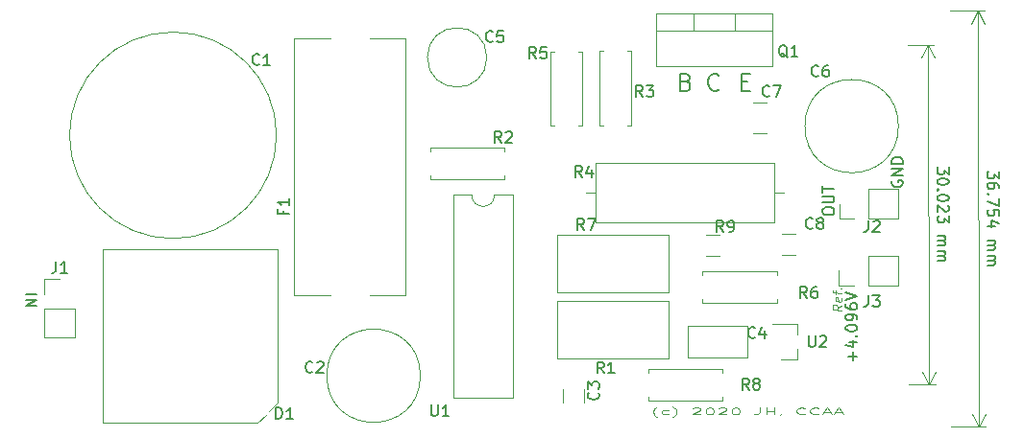
<source format=gbr>
G04 #@! TF.GenerationSoftware,KiCad,Pcbnew,5.1.5+dfsg1-2*
G04 #@! TF.CreationDate,2020-03-29T15:27:08+02:00*
G04 #@! TF.ProjectId,lownoise-pwr,6c6f776e-6f69-4736-952d-7077722e6b69,rev?*
G04 #@! TF.SameCoordinates,Original*
G04 #@! TF.FileFunction,Legend,Top*
G04 #@! TF.FilePolarity,Positive*
%FSLAX46Y46*%
G04 Gerber Fmt 4.6, Leading zero omitted, Abs format (unit mm)*
G04 Created by KiCad (PCBNEW 5.1.5+dfsg1-2) date 2020-03-29 15:27:08*
%MOMM*%
%LPD*%
G04 APERTURE LIST*
%ADD10C,0.200000*%
%ADD11C,0.100000*%
%ADD12C,0.150000*%
%ADD13C,0.120000*%
G04 APERTURE END LIST*
D10*
X109101771Y-66186857D02*
X109601771Y-66186857D01*
X109816057Y-66972571D02*
X109101771Y-66972571D01*
X109101771Y-65472571D01*
X109816057Y-65472571D01*
X107093485Y-66829714D02*
X107022057Y-66901142D01*
X106807771Y-66972571D01*
X106664914Y-66972571D01*
X106450628Y-66901142D01*
X106307771Y-66758285D01*
X106236342Y-66615428D01*
X106164914Y-66329714D01*
X106164914Y-66115428D01*
X106236342Y-65829714D01*
X106307771Y-65686857D01*
X106450628Y-65544000D01*
X106664914Y-65472571D01*
X106807771Y-65472571D01*
X107022057Y-65544000D01*
X107093485Y-65615428D01*
X104196342Y-66186857D02*
X104410628Y-66258285D01*
X104482057Y-66329714D01*
X104553485Y-66472571D01*
X104553485Y-66686857D01*
X104482057Y-66829714D01*
X104410628Y-66901142D01*
X104267771Y-66972571D01*
X103696342Y-66972571D01*
X103696342Y-65472571D01*
X104196342Y-65472571D01*
X104339200Y-65544000D01*
X104410628Y-65615428D01*
X104482057Y-65758285D01*
X104482057Y-65901142D01*
X104410628Y-66044000D01*
X104339200Y-66115428D01*
X104196342Y-66186857D01*
X103696342Y-66186857D01*
D11*
X117913104Y-85936648D02*
X117532152Y-86155696D01*
X117913104Y-86393791D02*
X117113104Y-86293791D01*
X117113104Y-85989029D01*
X117151200Y-85917601D01*
X117189295Y-85884267D01*
X117265485Y-85855696D01*
X117379771Y-85869982D01*
X117455961Y-85917601D01*
X117494057Y-85960458D01*
X117532152Y-86041410D01*
X117532152Y-86346172D01*
X117875009Y-85284267D02*
X117913104Y-85365220D01*
X117913104Y-85517601D01*
X117875009Y-85589029D01*
X117798819Y-85617601D01*
X117494057Y-85579505D01*
X117417866Y-85531886D01*
X117379771Y-85450934D01*
X117379771Y-85298553D01*
X117417866Y-85227125D01*
X117494057Y-85198553D01*
X117570247Y-85208077D01*
X117646438Y-85598553D01*
X117379771Y-84955696D02*
X117379771Y-84650934D01*
X117913104Y-84908077D02*
X117227390Y-84822363D01*
X117151200Y-84774744D01*
X117113104Y-84693791D01*
X117113104Y-84617601D01*
X117836914Y-84441410D02*
X117875009Y-84408077D01*
X117913104Y-84450934D01*
X117875009Y-84484267D01*
X117836914Y-84441410D01*
X117913104Y-84450934D01*
D12*
X118892628Y-90836380D02*
X118892628Y-90074476D01*
X119273580Y-90455428D02*
X118511676Y-90455428D01*
X118606914Y-89169714D02*
X119273580Y-89169714D01*
X118225961Y-89407809D02*
X118940247Y-89645904D01*
X118940247Y-89026857D01*
X119178342Y-88645904D02*
X119225961Y-88598285D01*
X119273580Y-88645904D01*
X119225961Y-88693523D01*
X119178342Y-88645904D01*
X119273580Y-88645904D01*
X118273580Y-87979238D02*
X118273580Y-87884000D01*
X118321200Y-87788761D01*
X118368819Y-87741142D01*
X118464057Y-87693523D01*
X118654533Y-87645904D01*
X118892628Y-87645904D01*
X119083104Y-87693523D01*
X119178342Y-87741142D01*
X119225961Y-87788761D01*
X119273580Y-87884000D01*
X119273580Y-87979238D01*
X119225961Y-88074476D01*
X119178342Y-88122095D01*
X119083104Y-88169714D01*
X118892628Y-88217333D01*
X118654533Y-88217333D01*
X118464057Y-88169714D01*
X118368819Y-88122095D01*
X118321200Y-88074476D01*
X118273580Y-87979238D01*
X119273580Y-87169714D02*
X119273580Y-86979238D01*
X119225961Y-86884000D01*
X119178342Y-86836380D01*
X119035485Y-86741142D01*
X118845009Y-86693523D01*
X118464057Y-86693523D01*
X118368819Y-86741142D01*
X118321200Y-86788761D01*
X118273580Y-86884000D01*
X118273580Y-87074476D01*
X118321200Y-87169714D01*
X118368819Y-87217333D01*
X118464057Y-87264952D01*
X118702152Y-87264952D01*
X118797390Y-87217333D01*
X118845009Y-87169714D01*
X118892628Y-87074476D01*
X118892628Y-86884000D01*
X118845009Y-86788761D01*
X118797390Y-86741142D01*
X118702152Y-86693523D01*
X118273580Y-85836380D02*
X118273580Y-86026857D01*
X118321200Y-86122095D01*
X118368819Y-86169714D01*
X118511676Y-86264952D01*
X118702152Y-86312571D01*
X119083104Y-86312571D01*
X119178342Y-86264952D01*
X119225961Y-86217333D01*
X119273580Y-86122095D01*
X119273580Y-85931619D01*
X119225961Y-85836380D01*
X119178342Y-85788761D01*
X119083104Y-85741142D01*
X118845009Y-85741142D01*
X118749771Y-85788761D01*
X118702152Y-85836380D01*
X118654533Y-85931619D01*
X118654533Y-86122095D01*
X118702152Y-86217333D01*
X118749771Y-86264952D01*
X118845009Y-86312571D01*
X118273580Y-85455428D02*
X119273580Y-85122095D01*
X118273580Y-84788761D01*
D11*
X101654342Y-95794000D02*
X101597200Y-95765428D01*
X101482914Y-95679714D01*
X101425771Y-95622571D01*
X101368628Y-95536857D01*
X101311485Y-95394000D01*
X101311485Y-95279714D01*
X101368628Y-95136857D01*
X101425771Y-95051142D01*
X101482914Y-94994000D01*
X101597200Y-94908285D01*
X101654342Y-94879714D01*
X102625771Y-95536857D02*
X102511485Y-95565428D01*
X102282914Y-95565428D01*
X102168628Y-95536857D01*
X102111485Y-95508285D01*
X102054342Y-95451142D01*
X102054342Y-95279714D01*
X102111485Y-95222571D01*
X102168628Y-95194000D01*
X102282914Y-95165428D01*
X102511485Y-95165428D01*
X102625771Y-95194000D01*
X103025771Y-95794000D02*
X103082914Y-95765428D01*
X103197200Y-95679714D01*
X103254342Y-95622571D01*
X103311485Y-95536857D01*
X103368628Y-95394000D01*
X103368628Y-95279714D01*
X103311485Y-95136857D01*
X103254342Y-95051142D01*
X103197200Y-94994000D01*
X103082914Y-94908285D01*
X103025771Y-94879714D01*
X104797200Y-95022571D02*
X104854342Y-94994000D01*
X104968628Y-94965428D01*
X105254342Y-94965428D01*
X105368628Y-94994000D01*
X105425771Y-95022571D01*
X105482914Y-95079714D01*
X105482914Y-95136857D01*
X105425771Y-95222571D01*
X104740057Y-95565428D01*
X105482914Y-95565428D01*
X106225771Y-94965428D02*
X106340057Y-94965428D01*
X106454342Y-94994000D01*
X106511485Y-95022571D01*
X106568628Y-95079714D01*
X106625771Y-95194000D01*
X106625771Y-95336857D01*
X106568628Y-95451142D01*
X106511485Y-95508285D01*
X106454342Y-95536857D01*
X106340057Y-95565428D01*
X106225771Y-95565428D01*
X106111485Y-95536857D01*
X106054342Y-95508285D01*
X105997200Y-95451142D01*
X105940057Y-95336857D01*
X105940057Y-95194000D01*
X105997200Y-95079714D01*
X106054342Y-95022571D01*
X106111485Y-94994000D01*
X106225771Y-94965428D01*
X107082914Y-95022571D02*
X107140057Y-94994000D01*
X107254342Y-94965428D01*
X107540057Y-94965428D01*
X107654342Y-94994000D01*
X107711485Y-95022571D01*
X107768628Y-95079714D01*
X107768628Y-95136857D01*
X107711485Y-95222571D01*
X107025771Y-95565428D01*
X107768628Y-95565428D01*
X108511485Y-94965428D02*
X108625771Y-94965428D01*
X108740057Y-94994000D01*
X108797200Y-95022571D01*
X108854342Y-95079714D01*
X108911485Y-95194000D01*
X108911485Y-95336857D01*
X108854342Y-95451142D01*
X108797200Y-95508285D01*
X108740057Y-95536857D01*
X108625771Y-95565428D01*
X108511485Y-95565428D01*
X108397200Y-95536857D01*
X108340057Y-95508285D01*
X108282914Y-95451142D01*
X108225771Y-95336857D01*
X108225771Y-95194000D01*
X108282914Y-95079714D01*
X108340057Y-95022571D01*
X108397200Y-94994000D01*
X108511485Y-94965428D01*
X110682914Y-94965428D02*
X110682914Y-95394000D01*
X110625771Y-95479714D01*
X110511485Y-95536857D01*
X110340057Y-95565428D01*
X110225771Y-95565428D01*
X111254342Y-95565428D02*
X111254342Y-94965428D01*
X111254342Y-95251142D02*
X111940057Y-95251142D01*
X111940057Y-95565428D02*
X111940057Y-94965428D01*
X112568628Y-95536857D02*
X112568628Y-95565428D01*
X112511485Y-95622571D01*
X112454342Y-95651142D01*
X114682914Y-95508285D02*
X114625771Y-95536857D01*
X114454342Y-95565428D01*
X114340057Y-95565428D01*
X114168628Y-95536857D01*
X114054342Y-95479714D01*
X113997200Y-95422571D01*
X113940057Y-95308285D01*
X113940057Y-95222571D01*
X113997200Y-95108285D01*
X114054342Y-95051142D01*
X114168628Y-94994000D01*
X114340057Y-94965428D01*
X114454342Y-94965428D01*
X114625771Y-94994000D01*
X114682914Y-95022571D01*
X115882914Y-95508285D02*
X115825771Y-95536857D01*
X115654342Y-95565428D01*
X115540057Y-95565428D01*
X115368628Y-95536857D01*
X115254342Y-95479714D01*
X115197200Y-95422571D01*
X115140057Y-95308285D01*
X115140057Y-95222571D01*
X115197200Y-95108285D01*
X115254342Y-95051142D01*
X115368628Y-94994000D01*
X115540057Y-94965428D01*
X115654342Y-94965428D01*
X115825771Y-94994000D01*
X115882914Y-95022571D01*
X116340057Y-95394000D02*
X116911485Y-95394000D01*
X116225771Y-95565428D02*
X116625771Y-94965428D01*
X117025771Y-95565428D01*
X117368628Y-95394000D02*
X117940057Y-95394000D01*
X117254342Y-95565428D02*
X117654342Y-94965428D01*
X118054342Y-95565428D01*
D12*
X116241580Y-77708000D02*
X116241580Y-77517523D01*
X116289200Y-77422285D01*
X116384438Y-77327047D01*
X116574914Y-77279428D01*
X116908247Y-77279428D01*
X117098723Y-77327047D01*
X117193961Y-77422285D01*
X117241580Y-77517523D01*
X117241580Y-77708000D01*
X117193961Y-77803238D01*
X117098723Y-77898476D01*
X116908247Y-77946095D01*
X116574914Y-77946095D01*
X116384438Y-77898476D01*
X116289200Y-77803238D01*
X116241580Y-77708000D01*
X116241580Y-76850857D02*
X117051104Y-76850857D01*
X117146342Y-76803238D01*
X117193961Y-76755619D01*
X117241580Y-76660380D01*
X117241580Y-76469904D01*
X117193961Y-76374666D01*
X117146342Y-76327047D01*
X117051104Y-76279428D01*
X116241580Y-76279428D01*
X116241580Y-75946095D02*
X116241580Y-75374666D01*
X117241580Y-75660380D02*
X116241580Y-75660380D01*
X122347200Y-74929904D02*
X122299580Y-75025142D01*
X122299580Y-75168000D01*
X122347200Y-75310857D01*
X122442438Y-75406095D01*
X122537676Y-75453714D01*
X122728152Y-75501333D01*
X122871009Y-75501333D01*
X123061485Y-75453714D01*
X123156723Y-75406095D01*
X123251961Y-75310857D01*
X123299580Y-75168000D01*
X123299580Y-75072761D01*
X123251961Y-74929904D01*
X123204342Y-74882285D01*
X122871009Y-74882285D01*
X122871009Y-75072761D01*
X123299580Y-74453714D02*
X122299580Y-74453714D01*
X123299580Y-73882285D01*
X122299580Y-73882285D01*
X123299580Y-73406095D02*
X122299580Y-73406095D01*
X122299580Y-73168000D01*
X122347200Y-73025142D01*
X122442438Y-72929904D01*
X122537676Y-72882285D01*
X122728152Y-72834666D01*
X122871009Y-72834666D01*
X123061485Y-72882285D01*
X123156723Y-72929904D01*
X123251961Y-73025142D01*
X123299580Y-73168000D01*
X123299580Y-73406095D01*
D10*
X45978819Y-84947238D02*
X46978819Y-84947238D01*
X45978819Y-85423428D02*
X46978819Y-85423428D01*
X45978819Y-85994857D01*
X46978819Y-85994857D01*
D12*
X127339345Y-73721551D02*
X127341963Y-74340593D01*
X126959604Y-74008875D01*
X126960209Y-74151730D01*
X126912993Y-74247169D01*
X126865576Y-74294989D01*
X126770540Y-74343011D01*
X126532447Y-74344018D01*
X126437008Y-74296802D01*
X126389188Y-74249385D01*
X126341166Y-74154349D01*
X126339958Y-73868637D01*
X126387174Y-73773199D01*
X126434591Y-73725379D01*
X127344582Y-74959635D02*
X127344985Y-75054873D01*
X127297769Y-75150311D01*
X127250352Y-75198131D01*
X127155316Y-75246153D01*
X126965043Y-75294577D01*
X126726950Y-75295584D01*
X126536274Y-75248772D01*
X126440835Y-75201556D01*
X126393015Y-75154139D01*
X126344994Y-75059103D01*
X126344591Y-74963866D01*
X126391807Y-74868427D01*
X126439224Y-74820607D01*
X126534260Y-74772585D01*
X126724533Y-74724161D01*
X126962626Y-74723154D01*
X127153302Y-74769967D01*
X127248740Y-74817182D01*
X127296560Y-74864600D01*
X127344582Y-74959635D01*
X126443051Y-75725361D02*
X126395634Y-75773181D01*
X126347814Y-75725764D01*
X126395231Y-75677943D01*
X126443051Y-75725361D01*
X126347814Y-75725764D01*
X127350625Y-76388194D02*
X127351028Y-76483431D01*
X127303812Y-76578870D01*
X127256395Y-76626690D01*
X127161359Y-76674712D01*
X126971086Y-76723136D01*
X126732993Y-76724143D01*
X126542317Y-76677330D01*
X126446878Y-76630114D01*
X126399058Y-76582697D01*
X126351037Y-76487661D01*
X126350634Y-76392424D01*
X126397850Y-76296986D01*
X126445267Y-76249165D01*
X126540303Y-76201144D01*
X126730576Y-76152720D01*
X126968669Y-76151712D01*
X127159345Y-76198525D01*
X127254783Y-76245741D01*
X127302603Y-76293158D01*
X127350625Y-76388194D01*
X127258409Y-77102876D02*
X127306229Y-77150294D01*
X127354251Y-77245329D01*
X127355258Y-77483422D01*
X127308042Y-77578861D01*
X127260625Y-77626681D01*
X127165589Y-77674703D01*
X127070352Y-77675106D01*
X126927294Y-77628091D01*
X126353454Y-77059085D01*
X126356072Y-77678127D01*
X127357474Y-78007227D02*
X127360092Y-78626269D01*
X126977733Y-78294550D01*
X126978337Y-78437406D01*
X126931122Y-78532845D01*
X126883704Y-78580665D01*
X126788669Y-78628687D01*
X126550576Y-78629694D01*
X126455137Y-78582478D01*
X126407317Y-78535061D01*
X126359295Y-78440025D01*
X126358087Y-78154313D01*
X126405303Y-78058875D01*
X126452720Y-78011054D01*
X126365137Y-79820965D02*
X127031798Y-79818145D01*
X126936560Y-79818548D02*
X126984380Y-79865965D01*
X127032402Y-79961001D01*
X127033006Y-80103857D01*
X126985790Y-80199295D01*
X126890755Y-80247317D01*
X126366950Y-80249533D01*
X126890755Y-80247317D02*
X126986193Y-80294533D01*
X127034215Y-80389568D01*
X127034819Y-80532424D01*
X126987603Y-80627863D01*
X126892568Y-80675884D01*
X126368763Y-80678100D01*
X126370777Y-81154286D02*
X127037438Y-81151466D01*
X126942200Y-81151869D02*
X126990021Y-81199286D01*
X127038042Y-81294322D01*
X127038646Y-81437178D01*
X126991431Y-81532617D01*
X126896395Y-81580638D01*
X126372590Y-81582854D01*
X126896395Y-81580638D02*
X126991833Y-81627854D01*
X127039855Y-81722890D01*
X127040459Y-81865746D01*
X126993243Y-81961184D01*
X126898208Y-82009206D01*
X126374403Y-82011422D01*
D13*
X125475968Y-62908279D02*
X125602968Y-92931079D01*
X123698000Y-62915800D02*
X126062384Y-62905798D01*
X123825000Y-92938600D02*
X126189384Y-92928598D01*
X125602968Y-92931079D02*
X125011787Y-91807066D01*
X125602968Y-92931079D02*
X126184618Y-91802105D01*
X125475968Y-62908279D02*
X124894318Y-64037253D01*
X125475968Y-62908279D02*
X126067149Y-64032292D01*
D12*
X131758225Y-74099110D02*
X131759081Y-74718157D01*
X131377668Y-74385351D01*
X131377865Y-74528208D01*
X131330378Y-74623512D01*
X131282825Y-74671197D01*
X131187653Y-74718947D01*
X130949558Y-74719276D01*
X130854254Y-74671789D01*
X130806569Y-74624236D01*
X130758818Y-74529064D01*
X130758423Y-74243350D01*
X130805911Y-74148046D01*
X130853464Y-74100361D01*
X131760265Y-75575299D02*
X131760002Y-75384823D01*
X131712252Y-75289651D01*
X131664567Y-75242098D01*
X131521578Y-75147058D01*
X131331036Y-75099702D01*
X130950084Y-75100228D01*
X130854912Y-75147979D01*
X130807359Y-75195664D01*
X130759871Y-75290968D01*
X130760135Y-75481444D01*
X130807885Y-75576616D01*
X130855570Y-75624169D01*
X130950874Y-75671656D01*
X131188969Y-75671327D01*
X131284141Y-75623577D01*
X131331694Y-75575892D01*
X131379182Y-75480588D01*
X131378919Y-75290112D01*
X131331168Y-75194940D01*
X131283483Y-75147387D01*
X131188179Y-75099899D01*
X130856228Y-76100359D02*
X130808675Y-76148044D01*
X130760990Y-76100491D01*
X130808544Y-76052806D01*
X130856228Y-76100359D01*
X130760990Y-76100491D01*
X131761516Y-76480061D02*
X131762437Y-77146727D01*
X130761846Y-76719538D01*
X131763622Y-78003869D02*
X131762964Y-77527679D01*
X131286708Y-77480718D01*
X131334393Y-77528271D01*
X131382144Y-77623443D01*
X131382473Y-77861538D01*
X131334985Y-77956842D01*
X131287432Y-78004527D01*
X131192260Y-78052277D01*
X130954165Y-78052606D01*
X130858861Y-78005119D01*
X130811176Y-77957566D01*
X130763426Y-77862394D01*
X130763097Y-77624299D01*
X130810584Y-77528995D01*
X130858137Y-77481310D01*
X131431540Y-78909090D02*
X130764874Y-78910012D01*
X131812163Y-78670469D02*
X131097548Y-78433361D01*
X131098404Y-79052408D01*
X130766651Y-80195725D02*
X131433317Y-80194803D01*
X131338079Y-80194935D02*
X131385764Y-80242488D01*
X131433514Y-80337660D01*
X131433712Y-80480517D01*
X131386224Y-80575821D01*
X131291052Y-80623572D01*
X130767243Y-80624296D01*
X131291052Y-80623572D02*
X131386356Y-80671059D01*
X131434107Y-80766231D01*
X131434304Y-80909088D01*
X131386817Y-81004392D01*
X131291644Y-81052143D01*
X130767835Y-81052867D01*
X130768494Y-81529057D02*
X131435160Y-81528135D01*
X131339922Y-81528267D02*
X131387606Y-81575820D01*
X131435357Y-81670992D01*
X131435555Y-81813849D01*
X131388067Y-81909153D01*
X131292895Y-81956904D01*
X130769086Y-81957628D01*
X131292895Y-81956904D02*
X131388199Y-82004391D01*
X131435949Y-82099563D01*
X131436147Y-82242420D01*
X131388659Y-82337724D01*
X131293487Y-82385475D01*
X130769678Y-82386199D01*
D13*
X129971800Y-96668995D02*
X129921000Y-59915195D01*
X127508145Y-96672400D02*
X130558220Y-96668184D01*
X127457345Y-59918600D02*
X130507420Y-59914384D01*
X129921000Y-59915195D02*
X130508977Y-61040887D01*
X129921000Y-59915195D02*
X129336137Y-61042508D01*
X129971800Y-96668995D02*
X130556663Y-95541682D01*
X129971800Y-96668995D02*
X129383823Y-95543303D01*
X105645200Y-82958000D02*
X105645200Y-83288000D01*
X112185200Y-82958000D02*
X105645200Y-82958000D01*
X112185200Y-83288000D02*
X112185200Y-82958000D01*
X105645200Y-85698000D02*
X105645200Y-85368000D01*
X112185200Y-85698000D02*
X105645200Y-85698000D01*
X112185200Y-85368000D02*
X112185200Y-85698000D01*
X95369200Y-75946000D02*
X96219200Y-75946000D01*
X112809200Y-75946000D02*
X111959200Y-75946000D01*
X96219200Y-78566000D02*
X111959200Y-78566000D01*
X96219200Y-73326000D02*
X96219200Y-78566000D01*
X111959200Y-73326000D02*
X96219200Y-73326000D01*
X111959200Y-78566000D02*
X111959200Y-73326000D01*
X92852200Y-84814000D02*
X92852200Y-79744000D01*
X102622200Y-84814000D02*
X102622200Y-79744000D01*
X102622200Y-79744000D02*
X92852200Y-79744000D01*
X102622200Y-84814000D02*
X92852200Y-84814000D01*
X92852200Y-90654000D02*
X92852200Y-85584000D01*
X102622200Y-90654000D02*
X102622200Y-85584000D01*
X102622200Y-85584000D02*
X92852200Y-85584000D01*
X102622200Y-90654000D02*
X92852200Y-90654000D01*
X69677200Y-62324000D02*
X72837200Y-62324000D01*
X69677200Y-62324000D02*
X69677200Y-85044000D01*
X79497200Y-62324000D02*
X79497200Y-85044000D01*
X76337200Y-62324000D02*
X79497200Y-62324000D01*
X76337200Y-85044000D02*
X79497200Y-85044000D01*
X69677200Y-85044000D02*
X72837200Y-85044000D01*
X105947636Y-81544000D02*
X107151764Y-81544000D01*
X105947636Y-79724000D02*
X107151764Y-79724000D01*
X100847200Y-91584000D02*
X100847200Y-91914000D01*
X107387200Y-91584000D02*
X100847200Y-91584000D01*
X107387200Y-91914000D02*
X107387200Y-91584000D01*
X100847200Y-94324000D02*
X100847200Y-93994000D01*
X107387200Y-94324000D02*
X100847200Y-94324000D01*
X107387200Y-93994000D02*
X107387200Y-94324000D01*
X88217200Y-74774000D02*
X88217200Y-74444000D01*
X81677200Y-74774000D02*
X88217200Y-74774000D01*
X81677200Y-74444000D02*
X81677200Y-74774000D01*
X88217200Y-72034000D02*
X88217200Y-72364000D01*
X81677200Y-72034000D02*
X88217200Y-72034000D01*
X81677200Y-72364000D02*
X81677200Y-72034000D01*
X68197200Y-94534000D02*
X67447200Y-95284000D01*
X67147200Y-95584000D02*
X66397200Y-96334000D01*
X66397200Y-96334000D02*
X52797200Y-96334000D01*
X52797200Y-96334000D02*
X52797200Y-80934000D01*
X52797200Y-80934000D02*
X68197200Y-80934000D01*
X68197200Y-80934000D02*
X68197200Y-94534000D01*
X112655136Y-81464000D02*
X113859264Y-81464000D01*
X112655136Y-79644000D02*
X113859264Y-79644000D01*
X110127636Y-70702000D02*
X111331764Y-70702000D01*
X110127636Y-67982000D02*
X111331764Y-67982000D01*
X122913200Y-70104000D02*
G75*
G03X122913200Y-70104000I-4120000J0D01*
G01*
X86637200Y-64034000D02*
G75*
G03X86637200Y-64034000I-2620000J0D01*
G01*
X109567200Y-87764000D02*
X109567200Y-90504000D01*
X104327200Y-87764000D02*
X104327200Y-90504000D01*
X104327200Y-90504000D02*
X109567200Y-90504000D01*
X104327200Y-87764000D02*
X109567200Y-87764000D01*
X93347200Y-93319436D02*
X93347200Y-94523564D01*
X95167200Y-93319436D02*
X95167200Y-94523564D01*
X113993200Y-90734000D02*
X112533200Y-90734000D01*
X113993200Y-87574000D02*
X111833200Y-87574000D01*
X113993200Y-87574000D02*
X113993200Y-88504000D01*
X113993200Y-90734000D02*
X113993200Y-89804000D01*
X117677200Y-84194000D02*
X117677200Y-82864000D01*
X119007200Y-84194000D02*
X117677200Y-84194000D01*
X120277200Y-84194000D02*
X120277200Y-81534000D01*
X120277200Y-81534000D02*
X122877200Y-81534000D01*
X120277200Y-84194000D02*
X122877200Y-84194000D01*
X122877200Y-84194000D02*
X122877200Y-81534000D01*
X80777200Y-92154000D02*
G75*
G03X80777200Y-92154000I-4120000J0D01*
G01*
X108518200Y-60174000D02*
X108518200Y-61684000D01*
X104817200Y-60174000D02*
X104817200Y-61684000D01*
X101547200Y-61684000D02*
X111787200Y-61684000D01*
X111787200Y-60174000D02*
X111787200Y-64815000D01*
X101547200Y-60174000D02*
X101547200Y-64815000D01*
X101547200Y-64815000D02*
X111787200Y-64815000D01*
X101547200Y-60174000D02*
X111787200Y-60174000D01*
X117707200Y-78292000D02*
X117707200Y-76962000D01*
X119037200Y-78292000D02*
X117707200Y-78292000D01*
X120307200Y-78292000D02*
X120307200Y-75632000D01*
X120307200Y-75632000D02*
X122907200Y-75632000D01*
X120307200Y-78292000D02*
X122907200Y-78292000D01*
X122907200Y-78292000D02*
X122907200Y-75632000D01*
X47657200Y-83604000D02*
X48987200Y-83604000D01*
X47657200Y-84934000D02*
X47657200Y-83604000D01*
X47657200Y-86204000D02*
X50317200Y-86204000D01*
X50317200Y-86204000D02*
X50317200Y-88804000D01*
X47657200Y-86204000D02*
X47657200Y-88804000D01*
X47657200Y-88804000D02*
X50317200Y-88804000D01*
X68097200Y-70914000D02*
G75*
G03X68097200Y-70914000I-9120000J0D01*
G01*
X88959200Y-76190800D02*
X87309200Y-76190800D01*
X88959200Y-94090800D02*
X88959200Y-76190800D01*
X83659200Y-94090800D02*
X88959200Y-94090800D01*
X83659200Y-76190800D02*
X83659200Y-94090800D01*
X85309200Y-76190800D02*
X83659200Y-76190800D01*
X87309200Y-76190800D02*
G75*
G02X85309200Y-76190800I-1000000J0D01*
G01*
X95007200Y-63532000D02*
X94677200Y-63532000D01*
X95007200Y-70072000D02*
X95007200Y-63532000D01*
X94677200Y-70072000D02*
X95007200Y-70072000D01*
X92267200Y-63532000D02*
X92597200Y-63532000D01*
X92267200Y-70072000D02*
X92267200Y-63532000D01*
X92597200Y-70072000D02*
X92267200Y-70072000D01*
X96587200Y-70024000D02*
X96917200Y-70024000D01*
X96587200Y-63484000D02*
X96587200Y-70024000D01*
X96917200Y-63484000D02*
X96587200Y-63484000D01*
X99327200Y-70024000D02*
X98997200Y-70024000D01*
X99327200Y-63484000D02*
X99327200Y-70024000D01*
X98997200Y-63484000D02*
X99327200Y-63484000D01*
D12*
X114844533Y-85288380D02*
X114511200Y-84812190D01*
X114273104Y-85288380D02*
X114273104Y-84288380D01*
X114654057Y-84288380D01*
X114749295Y-84336000D01*
X114796914Y-84383619D01*
X114844533Y-84478857D01*
X114844533Y-84621714D01*
X114796914Y-84716952D01*
X114749295Y-84764571D01*
X114654057Y-84812190D01*
X114273104Y-84812190D01*
X115701676Y-84288380D02*
X115511200Y-84288380D01*
X115415961Y-84336000D01*
X115368342Y-84383619D01*
X115273104Y-84526476D01*
X115225485Y-84716952D01*
X115225485Y-85097904D01*
X115273104Y-85193142D01*
X115320723Y-85240761D01*
X115415961Y-85288380D01*
X115606438Y-85288380D01*
X115701676Y-85240761D01*
X115749295Y-85193142D01*
X115796914Y-85097904D01*
X115796914Y-84859809D01*
X115749295Y-84764571D01*
X115701676Y-84716952D01*
X115606438Y-84669333D01*
X115415961Y-84669333D01*
X115320723Y-84716952D01*
X115273104Y-84764571D01*
X115225485Y-84859809D01*
X95032533Y-74620380D02*
X94699200Y-74144190D01*
X94461104Y-74620380D02*
X94461104Y-73620380D01*
X94842057Y-73620380D01*
X94937295Y-73668000D01*
X94984914Y-73715619D01*
X95032533Y-73810857D01*
X95032533Y-73953714D01*
X94984914Y-74048952D01*
X94937295Y-74096571D01*
X94842057Y-74144190D01*
X94461104Y-74144190D01*
X95889676Y-73953714D02*
X95889676Y-74620380D01*
X95651580Y-73572761D02*
X95413485Y-74287047D01*
X96032533Y-74287047D01*
X95190533Y-79286380D02*
X94857200Y-78810190D01*
X94619104Y-79286380D02*
X94619104Y-78286380D01*
X95000057Y-78286380D01*
X95095295Y-78334000D01*
X95142914Y-78381619D01*
X95190533Y-78476857D01*
X95190533Y-78619714D01*
X95142914Y-78714952D01*
X95095295Y-78762571D01*
X95000057Y-78810190D01*
X94619104Y-78810190D01*
X95523866Y-78286380D02*
X96190533Y-78286380D01*
X95761961Y-79286380D01*
X96950533Y-91936380D02*
X96617200Y-91460190D01*
X96379104Y-91936380D02*
X96379104Y-90936380D01*
X96760057Y-90936380D01*
X96855295Y-90984000D01*
X96902914Y-91031619D01*
X96950533Y-91126857D01*
X96950533Y-91269714D01*
X96902914Y-91364952D01*
X96855295Y-91412571D01*
X96760057Y-91460190D01*
X96379104Y-91460190D01*
X97902914Y-91936380D02*
X97331485Y-91936380D01*
X97617200Y-91936380D02*
X97617200Y-90936380D01*
X97521961Y-91079238D01*
X97426723Y-91174476D01*
X97331485Y-91222095D01*
X68711771Y-77549333D02*
X68711771Y-77882666D01*
X69235580Y-77882666D02*
X68235580Y-77882666D01*
X68235580Y-77406476D01*
X69235580Y-76501714D02*
X69235580Y-77073142D01*
X69235580Y-76787428D02*
X68235580Y-76787428D01*
X68378438Y-76882666D01*
X68473676Y-76977904D01*
X68521295Y-77073142D01*
X107478533Y-79446380D02*
X107145200Y-78970190D01*
X106907104Y-79446380D02*
X106907104Y-78446380D01*
X107288057Y-78446380D01*
X107383295Y-78494000D01*
X107430914Y-78541619D01*
X107478533Y-78636857D01*
X107478533Y-78779714D01*
X107430914Y-78874952D01*
X107383295Y-78922571D01*
X107288057Y-78970190D01*
X106907104Y-78970190D01*
X107954723Y-79446380D02*
X108145200Y-79446380D01*
X108240438Y-79398761D01*
X108288057Y-79351142D01*
X108383295Y-79208285D01*
X108430914Y-79017809D01*
X108430914Y-78636857D01*
X108383295Y-78541619D01*
X108335676Y-78494000D01*
X108240438Y-78446380D01*
X108049961Y-78446380D01*
X107954723Y-78494000D01*
X107907104Y-78541619D01*
X107859485Y-78636857D01*
X107859485Y-78874952D01*
X107907104Y-78970190D01*
X107954723Y-79017809D01*
X108049961Y-79065428D01*
X108240438Y-79065428D01*
X108335676Y-79017809D01*
X108383295Y-78970190D01*
X108430914Y-78874952D01*
X109740533Y-93396380D02*
X109407200Y-92920190D01*
X109169104Y-93396380D02*
X109169104Y-92396380D01*
X109550057Y-92396380D01*
X109645295Y-92444000D01*
X109692914Y-92491619D01*
X109740533Y-92586857D01*
X109740533Y-92729714D01*
X109692914Y-92824952D01*
X109645295Y-92872571D01*
X109550057Y-92920190D01*
X109169104Y-92920190D01*
X110311961Y-92824952D02*
X110216723Y-92777333D01*
X110169104Y-92729714D01*
X110121485Y-92634476D01*
X110121485Y-92586857D01*
X110169104Y-92491619D01*
X110216723Y-92444000D01*
X110311961Y-92396380D01*
X110502438Y-92396380D01*
X110597676Y-92444000D01*
X110645295Y-92491619D01*
X110692914Y-92586857D01*
X110692914Y-92634476D01*
X110645295Y-92729714D01*
X110597676Y-92777333D01*
X110502438Y-92824952D01*
X110311961Y-92824952D01*
X110216723Y-92872571D01*
X110169104Y-92920190D01*
X110121485Y-93015428D01*
X110121485Y-93205904D01*
X110169104Y-93301142D01*
X110216723Y-93348761D01*
X110311961Y-93396380D01*
X110502438Y-93396380D01*
X110597676Y-93348761D01*
X110645295Y-93301142D01*
X110692914Y-93205904D01*
X110692914Y-93015428D01*
X110645295Y-92920190D01*
X110597676Y-92872571D01*
X110502438Y-92824952D01*
X87920533Y-71572380D02*
X87587200Y-71096190D01*
X87349104Y-71572380D02*
X87349104Y-70572380D01*
X87730057Y-70572380D01*
X87825295Y-70620000D01*
X87872914Y-70667619D01*
X87920533Y-70762857D01*
X87920533Y-70905714D01*
X87872914Y-71000952D01*
X87825295Y-71048571D01*
X87730057Y-71096190D01*
X87349104Y-71096190D01*
X88301485Y-70667619D02*
X88349104Y-70620000D01*
X88444342Y-70572380D01*
X88682438Y-70572380D01*
X88777676Y-70620000D01*
X88825295Y-70667619D01*
X88872914Y-70762857D01*
X88872914Y-70858095D01*
X88825295Y-71000952D01*
X88253866Y-71572380D01*
X88872914Y-71572380D01*
X68045104Y-95956380D02*
X68045104Y-94956380D01*
X68283200Y-94956380D01*
X68426057Y-95004000D01*
X68521295Y-95099238D01*
X68568914Y-95194476D01*
X68616533Y-95384952D01*
X68616533Y-95527809D01*
X68568914Y-95718285D01*
X68521295Y-95813523D01*
X68426057Y-95908761D01*
X68283200Y-95956380D01*
X68045104Y-95956380D01*
X69568914Y-95956380D02*
X68997485Y-95956380D01*
X69283200Y-95956380D02*
X69283200Y-94956380D01*
X69187961Y-95099238D01*
X69092723Y-95194476D01*
X68997485Y-95242095D01*
X115352533Y-79091142D02*
X115304914Y-79138761D01*
X115162057Y-79186380D01*
X115066819Y-79186380D01*
X114923961Y-79138761D01*
X114828723Y-79043523D01*
X114781104Y-78948285D01*
X114733485Y-78757809D01*
X114733485Y-78614952D01*
X114781104Y-78424476D01*
X114828723Y-78329238D01*
X114923961Y-78234000D01*
X115066819Y-78186380D01*
X115162057Y-78186380D01*
X115304914Y-78234000D01*
X115352533Y-78281619D01*
X115923961Y-78614952D02*
X115828723Y-78567333D01*
X115781104Y-78519714D01*
X115733485Y-78424476D01*
X115733485Y-78376857D01*
X115781104Y-78281619D01*
X115828723Y-78234000D01*
X115923961Y-78186380D01*
X116114438Y-78186380D01*
X116209676Y-78234000D01*
X116257295Y-78281619D01*
X116304914Y-78376857D01*
X116304914Y-78424476D01*
X116257295Y-78519714D01*
X116209676Y-78567333D01*
X116114438Y-78614952D01*
X115923961Y-78614952D01*
X115828723Y-78662571D01*
X115781104Y-78710190D01*
X115733485Y-78805428D01*
X115733485Y-78995904D01*
X115781104Y-79091142D01*
X115828723Y-79138761D01*
X115923961Y-79186380D01*
X116114438Y-79186380D01*
X116209676Y-79138761D01*
X116257295Y-79091142D01*
X116304914Y-78995904D01*
X116304914Y-78805428D01*
X116257295Y-78710190D01*
X116209676Y-78662571D01*
X116114438Y-78614952D01*
X111542533Y-67413142D02*
X111494914Y-67460761D01*
X111352057Y-67508380D01*
X111256819Y-67508380D01*
X111113961Y-67460761D01*
X111018723Y-67365523D01*
X110971104Y-67270285D01*
X110923485Y-67079809D01*
X110923485Y-66936952D01*
X110971104Y-66746476D01*
X111018723Y-66651238D01*
X111113961Y-66556000D01*
X111256819Y-66508380D01*
X111352057Y-66508380D01*
X111494914Y-66556000D01*
X111542533Y-66603619D01*
X111875866Y-66508380D02*
X112542533Y-66508380D01*
X112113961Y-67508380D01*
X115860533Y-65635142D02*
X115812914Y-65682761D01*
X115670057Y-65730380D01*
X115574819Y-65730380D01*
X115431961Y-65682761D01*
X115336723Y-65587523D01*
X115289104Y-65492285D01*
X115241485Y-65301809D01*
X115241485Y-65158952D01*
X115289104Y-64968476D01*
X115336723Y-64873238D01*
X115431961Y-64778000D01*
X115574819Y-64730380D01*
X115670057Y-64730380D01*
X115812914Y-64778000D01*
X115860533Y-64825619D01*
X116717676Y-64730380D02*
X116527200Y-64730380D01*
X116431961Y-64778000D01*
X116384342Y-64825619D01*
X116289104Y-64968476D01*
X116241485Y-65158952D01*
X116241485Y-65539904D01*
X116289104Y-65635142D01*
X116336723Y-65682761D01*
X116431961Y-65730380D01*
X116622438Y-65730380D01*
X116717676Y-65682761D01*
X116765295Y-65635142D01*
X116812914Y-65539904D01*
X116812914Y-65301809D01*
X116765295Y-65206571D01*
X116717676Y-65158952D01*
X116622438Y-65111333D01*
X116431961Y-65111333D01*
X116336723Y-65158952D01*
X116289104Y-65206571D01*
X116241485Y-65301809D01*
X87158533Y-62587142D02*
X87110914Y-62634761D01*
X86968057Y-62682380D01*
X86872819Y-62682380D01*
X86729961Y-62634761D01*
X86634723Y-62539523D01*
X86587104Y-62444285D01*
X86539485Y-62253809D01*
X86539485Y-62110952D01*
X86587104Y-61920476D01*
X86634723Y-61825238D01*
X86729961Y-61730000D01*
X86872819Y-61682380D01*
X86968057Y-61682380D01*
X87110914Y-61730000D01*
X87158533Y-61777619D01*
X88063295Y-61682380D02*
X87587104Y-61682380D01*
X87539485Y-62158571D01*
X87587104Y-62110952D01*
X87682342Y-62063333D01*
X87920438Y-62063333D01*
X88015676Y-62110952D01*
X88063295Y-62158571D01*
X88110914Y-62253809D01*
X88110914Y-62491904D01*
X88063295Y-62587142D01*
X88015676Y-62634761D01*
X87920438Y-62682380D01*
X87682342Y-62682380D01*
X87587104Y-62634761D01*
X87539485Y-62587142D01*
X110272533Y-88749142D02*
X110224914Y-88796761D01*
X110082057Y-88844380D01*
X109986819Y-88844380D01*
X109843961Y-88796761D01*
X109748723Y-88701523D01*
X109701104Y-88606285D01*
X109653485Y-88415809D01*
X109653485Y-88272952D01*
X109701104Y-88082476D01*
X109748723Y-87987238D01*
X109843961Y-87892000D01*
X109986819Y-87844380D01*
X110082057Y-87844380D01*
X110224914Y-87892000D01*
X110272533Y-87939619D01*
X111129676Y-88177714D02*
X111129676Y-88844380D01*
X110891580Y-87796761D02*
X110653485Y-88511047D01*
X111272533Y-88511047D01*
X96434342Y-93638666D02*
X96481961Y-93686285D01*
X96529580Y-93829142D01*
X96529580Y-93924380D01*
X96481961Y-94067238D01*
X96386723Y-94162476D01*
X96291485Y-94210095D01*
X96101009Y-94257714D01*
X95958152Y-94257714D01*
X95767676Y-94210095D01*
X95672438Y-94162476D01*
X95577200Y-94067238D01*
X95529580Y-93924380D01*
X95529580Y-93829142D01*
X95577200Y-93686285D01*
X95624819Y-93638666D01*
X95529580Y-93305333D02*
X95529580Y-92686285D01*
X95910533Y-93019619D01*
X95910533Y-92876761D01*
X95958152Y-92781523D01*
X96005771Y-92733904D01*
X96101009Y-92686285D01*
X96339104Y-92686285D01*
X96434342Y-92733904D01*
X96481961Y-92781523D01*
X96529580Y-92876761D01*
X96529580Y-93162476D01*
X96481961Y-93257714D01*
X96434342Y-93305333D01*
X115011295Y-88606380D02*
X115011295Y-89415904D01*
X115058914Y-89511142D01*
X115106533Y-89558761D01*
X115201771Y-89606380D01*
X115392247Y-89606380D01*
X115487485Y-89558761D01*
X115535104Y-89511142D01*
X115582723Y-89415904D01*
X115582723Y-88606380D01*
X116011295Y-88701619D02*
X116058914Y-88654000D01*
X116154152Y-88606380D01*
X116392247Y-88606380D01*
X116487485Y-88654000D01*
X116535104Y-88701619D01*
X116582723Y-88796857D01*
X116582723Y-88892095D01*
X116535104Y-89034952D01*
X115963676Y-89606380D01*
X116582723Y-89606380D01*
X120265866Y-85050380D02*
X120265866Y-85764666D01*
X120218247Y-85907523D01*
X120123009Y-86002761D01*
X119980152Y-86050380D01*
X119884914Y-86050380D01*
X120646819Y-85050380D02*
X121265866Y-85050380D01*
X120932533Y-85431333D01*
X121075390Y-85431333D01*
X121170628Y-85478952D01*
X121218247Y-85526571D01*
X121265866Y-85621809D01*
X121265866Y-85859904D01*
X121218247Y-85955142D01*
X121170628Y-86002761D01*
X121075390Y-86050380D01*
X120789676Y-86050380D01*
X120694438Y-86002761D01*
X120646819Y-85955142D01*
X71286533Y-91797142D02*
X71238914Y-91844761D01*
X71096057Y-91892380D01*
X71000819Y-91892380D01*
X70857961Y-91844761D01*
X70762723Y-91749523D01*
X70715104Y-91654285D01*
X70667485Y-91463809D01*
X70667485Y-91320952D01*
X70715104Y-91130476D01*
X70762723Y-91035238D01*
X70857961Y-90940000D01*
X71000819Y-90892380D01*
X71096057Y-90892380D01*
X71238914Y-90940000D01*
X71286533Y-90987619D01*
X71667485Y-90987619D02*
X71715104Y-90940000D01*
X71810342Y-90892380D01*
X72048438Y-90892380D01*
X72143676Y-90940000D01*
X72191295Y-90987619D01*
X72238914Y-91082857D01*
X72238914Y-91178095D01*
X72191295Y-91320952D01*
X71619866Y-91892380D01*
X72238914Y-91892380D01*
X113125161Y-64042419D02*
X113029923Y-63994800D01*
X112934685Y-63899561D01*
X112791828Y-63756704D01*
X112696590Y-63709085D01*
X112601352Y-63709085D01*
X112648971Y-63947180D02*
X112553733Y-63899561D01*
X112458495Y-63804323D01*
X112410876Y-63613847D01*
X112410876Y-63280514D01*
X112458495Y-63090038D01*
X112553733Y-62994800D01*
X112648971Y-62947180D01*
X112839447Y-62947180D01*
X112934685Y-62994800D01*
X113029923Y-63090038D01*
X113077542Y-63280514D01*
X113077542Y-63613847D01*
X113029923Y-63804323D01*
X112934685Y-63899561D01*
X112839447Y-63947180D01*
X112648971Y-63947180D01*
X114029923Y-63947180D02*
X113458495Y-63947180D01*
X113744209Y-63947180D02*
X113744209Y-62947180D01*
X113648971Y-63090038D01*
X113553733Y-63185276D01*
X113458495Y-63232895D01*
X120265866Y-78446380D02*
X120265866Y-79160666D01*
X120218247Y-79303523D01*
X120123009Y-79398761D01*
X119980152Y-79446380D01*
X119884914Y-79446380D01*
X120694438Y-78541619D02*
X120742057Y-78494000D01*
X120837295Y-78446380D01*
X121075390Y-78446380D01*
X121170628Y-78494000D01*
X121218247Y-78541619D01*
X121265866Y-78636857D01*
X121265866Y-78732095D01*
X121218247Y-78874952D01*
X120646819Y-79446380D01*
X121265866Y-79446380D01*
X48653866Y-82056380D02*
X48653866Y-82770666D01*
X48606247Y-82913523D01*
X48511009Y-83008761D01*
X48368152Y-83056380D01*
X48272914Y-83056380D01*
X49653866Y-83056380D02*
X49082438Y-83056380D01*
X49368152Y-83056380D02*
X49368152Y-82056380D01*
X49272914Y-82199238D01*
X49177676Y-82294476D01*
X49082438Y-82342095D01*
X66584533Y-64619142D02*
X66536914Y-64666761D01*
X66394057Y-64714380D01*
X66298819Y-64714380D01*
X66155961Y-64666761D01*
X66060723Y-64571523D01*
X66013104Y-64476285D01*
X65965485Y-64285809D01*
X65965485Y-64142952D01*
X66013104Y-63952476D01*
X66060723Y-63857238D01*
X66155961Y-63762000D01*
X66298819Y-63714380D01*
X66394057Y-63714380D01*
X66536914Y-63762000D01*
X66584533Y-63809619D01*
X67536914Y-64714380D02*
X66965485Y-64714380D01*
X67251200Y-64714380D02*
X67251200Y-63714380D01*
X67155961Y-63857238D01*
X67060723Y-63952476D01*
X66965485Y-64000095D01*
X81737295Y-94702380D02*
X81737295Y-95511904D01*
X81784914Y-95607142D01*
X81832533Y-95654761D01*
X81927771Y-95702380D01*
X82118247Y-95702380D01*
X82213485Y-95654761D01*
X82261104Y-95607142D01*
X82308723Y-95511904D01*
X82308723Y-94702380D01*
X83308723Y-95702380D02*
X82737295Y-95702380D01*
X83023009Y-95702380D02*
X83023009Y-94702380D01*
X82927771Y-94845238D01*
X82832533Y-94940476D01*
X82737295Y-94988095D01*
X90968533Y-64130380D02*
X90635200Y-63654190D01*
X90397104Y-64130380D02*
X90397104Y-63130380D01*
X90778057Y-63130380D01*
X90873295Y-63178000D01*
X90920914Y-63225619D01*
X90968533Y-63320857D01*
X90968533Y-63463714D01*
X90920914Y-63558952D01*
X90873295Y-63606571D01*
X90778057Y-63654190D01*
X90397104Y-63654190D01*
X91873295Y-63130380D02*
X91397104Y-63130380D01*
X91349485Y-63606571D01*
X91397104Y-63558952D01*
X91492342Y-63511333D01*
X91730438Y-63511333D01*
X91825676Y-63558952D01*
X91873295Y-63606571D01*
X91920914Y-63701809D01*
X91920914Y-63939904D01*
X91873295Y-64035142D01*
X91825676Y-64082761D01*
X91730438Y-64130380D01*
X91492342Y-64130380D01*
X91397104Y-64082761D01*
X91349485Y-64035142D01*
X100366533Y-67508380D02*
X100033200Y-67032190D01*
X99795104Y-67508380D02*
X99795104Y-66508380D01*
X100176057Y-66508380D01*
X100271295Y-66556000D01*
X100318914Y-66603619D01*
X100366533Y-66698857D01*
X100366533Y-66841714D01*
X100318914Y-66936952D01*
X100271295Y-66984571D01*
X100176057Y-67032190D01*
X99795104Y-67032190D01*
X100699866Y-66508380D02*
X101318914Y-66508380D01*
X100985580Y-66889333D01*
X101128438Y-66889333D01*
X101223676Y-66936952D01*
X101271295Y-66984571D01*
X101318914Y-67079809D01*
X101318914Y-67317904D01*
X101271295Y-67413142D01*
X101223676Y-67460761D01*
X101128438Y-67508380D01*
X100842723Y-67508380D01*
X100747485Y-67460761D01*
X100699866Y-67413142D01*
M02*

</source>
